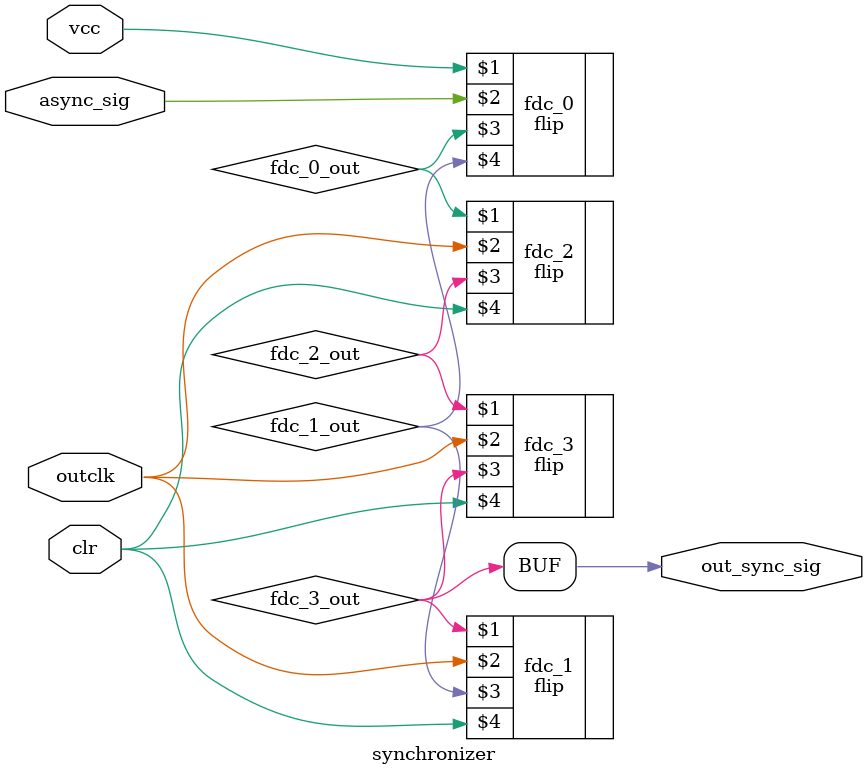
<source format=sv>
module synchronizer(async_sig,outclk,out_sync_sig,clr,vcc);
input logic async_sig, outclk;
input logic vcc;
output logic out_sync_sig;
logic fdc_0_out;
logic fdc_1_out;
logic fdc_2_out;
logic fdc_3_out;
input logic clr;

flip fdc_0(vcc,async_sig,fdc_0_out,fdc_1_out);
flip fdc_1(fdc_3_out,outclk,fdc_1_out,clr);
flip fdc_2(fdc_0_out,outclk,fdc_2_out,clr);
flip fdc_3(fdc_2_out,outclk,fdc_3_out,clr);

assign out_sync_sig = fdc_3_out;

endmodule

</source>
